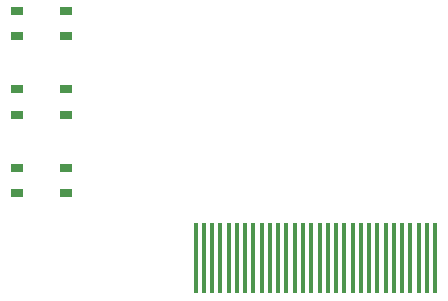
<source format=gbr>
%TF.GenerationSoftware,KiCad,Pcbnew,7.0.5.1-1-g8f565ef7f0-dirty-deb11*%
%TF.CreationDate,2023-06-25T19:17:02+00:00*%
%TF.ProjectId,AMFOC01,414d464f-4330-4312-9e6b-696361645f70,rev?*%
%TF.SameCoordinates,Original*%
%TF.FileFunction,Paste,Bot*%
%TF.FilePolarity,Positive*%
%FSLAX46Y46*%
G04 Gerber Fmt 4.6, Leading zero omitted, Abs format (unit mm)*
G04 Created by KiCad (PCBNEW 7.0.5.1-1-g8f565ef7f0-dirty-deb11) date 2023-06-25 19:17:02*
%MOMM*%
%LPD*%
G01*
G04 APERTURE LIST*
G04 Aperture macros list*
%AMRoundRect*
0 Rectangle with rounded corners*
0 $1 Rounding radius*
0 $2 $3 $4 $5 $6 $7 $8 $9 X,Y pos of 4 corners*
0 Add a 4 corners polygon primitive as box body*
4,1,4,$2,$3,$4,$5,$6,$7,$8,$9,$2,$3,0*
0 Add four circle primitives for the rounded corners*
1,1,$1+$1,$2,$3*
1,1,$1+$1,$4,$5*
1,1,$1+$1,$6,$7*
1,1,$1+$1,$8,$9*
0 Add four rect primitives between the rounded corners*
20,1,$1+$1,$2,$3,$4,$5,0*
20,1,$1+$1,$4,$5,$6,$7,0*
20,1,$1+$1,$6,$7,$8,$9,0*
20,1,$1+$1,$8,$9,$2,$3,0*%
G04 Aperture macros list end*
%ADD10R,1.050000X0.650000*%
%ADD11RoundRect,0.087500X0.087500X2.912500X-0.087500X2.912500X-0.087500X-2.912500X0.087500X-2.912500X0*%
G04 APERTURE END LIST*
D10*
%TO.C,SW4*%
X10545000Y-36610556D03*
X14695000Y-36610556D03*
X10545000Y-34460556D03*
X14670000Y-34460556D03*
%TD*%
%TO.C,SW2*%
X14695000Y-47771668D03*
X10545000Y-47771668D03*
X14695000Y-49921668D03*
X10570000Y-49921668D03*
%TD*%
D11*
%TO.C,J10*%
X45970000Y-55435000D03*
X45270000Y-55435000D03*
X44570000Y-55435000D03*
X43870000Y-55435000D03*
X43170000Y-55435000D03*
X42470000Y-55435000D03*
X41770000Y-55435000D03*
X41070000Y-55435000D03*
X40370000Y-55435000D03*
X39670000Y-55435000D03*
X38970000Y-55435000D03*
X38270000Y-55435000D03*
X37570000Y-55435000D03*
X36870000Y-55435000D03*
X36170000Y-55435000D03*
X35470000Y-55435000D03*
X34770000Y-55435000D03*
X34070000Y-55435000D03*
X33370000Y-55435000D03*
X32670000Y-55435000D03*
X31970000Y-55435000D03*
X31270000Y-55435000D03*
X30570000Y-55435000D03*
X29870000Y-55435000D03*
X29170000Y-55435000D03*
X28470000Y-55435000D03*
X27770000Y-55435000D03*
X27070000Y-55435000D03*
X26370000Y-55435000D03*
X25670000Y-55435000D03*
%TD*%
D10*
%TO.C,SW3*%
X14695000Y-41116112D03*
X10545000Y-41116112D03*
X14695000Y-43266112D03*
X10570000Y-43266112D03*
%TD*%
M02*

</source>
